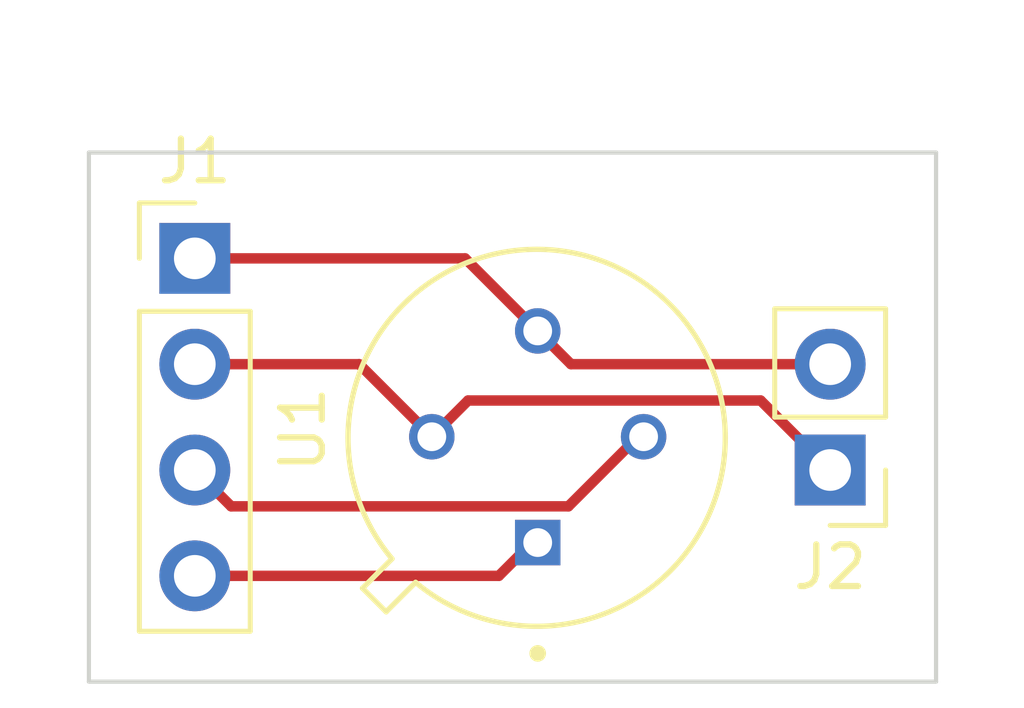
<source format=kicad_pcb>
(kicad_pcb (version 20171130) (host pcbnew "(5.1.10)-1")

  (general
    (thickness 1.6)
    (drawings 4)
    (tracks 16)
    (zones 0)
    (modules 3)
    (nets 5)
  )

  (page A4)
  (layers
    (0 F.Cu signal)
    (31 B.Cu signal)
    (32 B.Adhes user)
    (33 F.Adhes user)
    (34 B.Paste user)
    (35 F.Paste user)
    (36 B.SilkS user)
    (37 F.SilkS user)
    (38 B.Mask user)
    (39 F.Mask user)
    (40 Dwgs.User user)
    (41 Cmts.User user)
    (42 Eco1.User user)
    (43 Eco2.User user)
    (44 Edge.Cuts user)
    (45 Margin user)
    (46 B.CrtYd user)
    (47 F.CrtYd user)
    (48 B.Fab user)
    (49 F.Fab user)
  )

  (setup
    (last_trace_width 0.25)
    (trace_clearance 0.2)
    (zone_clearance 0.508)
    (zone_45_only no)
    (trace_min 0.2)
    (via_size 0.8)
    (via_drill 0.4)
    (via_min_size 0.4)
    (via_min_drill 0.3)
    (uvia_size 0.3)
    (uvia_drill 0.1)
    (uvias_allowed no)
    (uvia_min_size 0.2)
    (uvia_min_drill 0.1)
    (edge_width 0.05)
    (segment_width 0.2)
    (pcb_text_width 0.3)
    (pcb_text_size 1.5 1.5)
    (mod_edge_width 0.12)
    (mod_text_size 1 1)
    (mod_text_width 0.15)
    (pad_size 1.7 1.7)
    (pad_drill 1)
    (pad_to_mask_clearance 0)
    (aux_axis_origin 0 0)
    (visible_elements 7FFFFFFF)
    (pcbplotparams
      (layerselection 0x010fc_ffffffff)
      (usegerberextensions false)
      (usegerberattributes true)
      (usegerberadvancedattributes true)
      (creategerberjobfile true)
      (excludeedgelayer true)
      (linewidth 0.100000)
      (plotframeref false)
      (viasonmask false)
      (mode 1)
      (useauxorigin false)
      (hpglpennumber 1)
      (hpglpenspeed 20)
      (hpglpendiameter 15.000000)
      (psnegative false)
      (psa4output false)
      (plotreference true)
      (plotvalue true)
      (plotinvisibletext false)
      (padsonsilk false)
      (subtractmaskfromsilk false)
      (outputformat 1)
      (mirror false)
      (drillshape 1)
      (scaleselection 1)
      (outputdirectory ""))
  )

  (net 0 "")
  (net 1 "Net-(J1-Pad4)")
  (net 2 "Net-(J1-Pad3)")
  (net 3 "Net-(J1-Pad2)")
  (net 4 "Net-(J1-Pad1)")

  (net_class Default "This is the default net class."
    (clearance 0.2)
    (trace_width 0.25)
    (via_dia 0.8)
    (via_drill 0.4)
    (uvia_dia 0.3)
    (uvia_drill 0.1)
    (add_net "Net-(J1-Pad1)")
    (add_net "Net-(J1-Pad2)")
    (add_net "Net-(J1-Pad3)")
    (add_net "Net-(J1-Pad4)")
  )

  (module MLX90614ESF-BAA-000-TU:TO254P942H425-4 (layer F.Cu) (tedit 61805F76) (tstamp 618136E9)
    (at 142.845 88.101548 90)
    (path /61806FA1)
    (fp_text reference U1 (at 0.175 -5.635 90) (layer F.SilkS)
      (effects (font (size 1 1) (thickness 0.15)))
    )
    (fp_text value MLX90614 (at 6.525 5.635 90) (layer F.Fab)
      (effects (font (size 1 1) (thickness 0.15)))
    )
    (fp_line (start -3.495 -2.929) (end -4.202 -3.636) (layer F.SilkS) (width 0.127))
    (fp_line (start -4.202 -3.636) (end -3.636 -4.202) (layer F.SilkS) (width 0.127))
    (fp_line (start -3.636 -4.202) (end -2.929 -3.495) (layer F.SilkS) (width 0.127))
    (fp_line (start -2.91 -3.83) (end -3.617 -4.537) (layer F.CrtYd) (width 0.05))
    (fp_line (start -3.617 -4.537) (end -4.537 -3.617) (layer F.CrtYd) (width 0.05))
    (fp_line (start -4.537 -3.617) (end -3.83 -2.91) (layer F.CrtYd) (width 0.05))
    (fp_circle (center -5.2 0) (end -5.1 0) (layer F.SilkS) (width 0.2))
    (fp_line (start -3.495 -2.929) (end -4.202 -3.636) (layer F.Fab) (width 0.127))
    (fp_line (start -4.202 -3.636) (end -3.636 -4.202) (layer F.Fab) (width 0.127))
    (fp_line (start -3.636 -4.202) (end -2.929 -3.495) (layer F.Fab) (width 0.127))
    (fp_circle (center -5.2 0) (end -5.1 0) (layer F.Fab) (width 0.2))
    (fp_arc (start -0.025344 -0.025344) (end -3.495 -2.929) (angle -349.85) (layer F.Fab) (width 0.127))
    (fp_arc (start 0.003626 0.003626) (end -3.83 -2.91) (angle -344.471) (layer F.CrtYd) (width 0.05))
    (fp_arc (start -0.025344 -0.025344) (end -3.495 -2.929) (angle -349.85) (layer F.SilkS) (width 0.127))
    (pad 4 thru_hole circle (at 0 -2.54 90) (size 1.09 1.09) (drill 0.69) (layers *.Cu *.Mask)
      (net 3 "Net-(J1-Pad2)"))
    (pad 3 thru_hole circle (at 2.54 0 90) (size 1.09 1.09) (drill 0.69) (layers *.Cu *.Mask)
      (net 4 "Net-(J1-Pad1)"))
    (pad 2 thru_hole circle (at 0 2.54 90) (size 1.09 1.09) (drill 0.69) (layers *.Cu *.Mask)
      (net 2 "Net-(J1-Pad3)"))
    (pad 1 thru_hole rect (at -2.54 0 90) (size 1.09 1.09) (drill 0.69) (layers *.Cu *.Mask)
      (net 1 "Net-(J1-Pad4)"))
  )

  (module Connector_PinHeader_2.54mm:PinHeader_1x02_P2.54mm_Vertical (layer F.Cu) (tedit 61953045) (tstamp 618136D3)
    (at 149.86 88.9 180)
    (descr "Through hole straight pin header, 1x02, 2.54mm pitch, single row")
    (tags "Through hole pin header THT 1x02 2.54mm single row")
    (path /61801C7D)
    (fp_text reference J2 (at 0 -2.33) (layer F.SilkS)
      (effects (font (size 1 1) (thickness 0.15)))
    )
    (fp_text value Conn_01x02 (at 0 4.87) (layer F.Fab)
      (effects (font (size 1 1) (thickness 0.15)))
    )
    (fp_line (start -0.635 -1.27) (end 1.27 -1.27) (layer F.Fab) (width 0.1))
    (fp_line (start 1.27 -1.27) (end 1.27 3.81) (layer F.Fab) (width 0.1))
    (fp_line (start 1.27 3.81) (end -1.27 3.81) (layer F.Fab) (width 0.1))
    (fp_line (start -1.27 3.81) (end -1.27 -0.635) (layer F.Fab) (width 0.1))
    (fp_line (start -1.27 -0.635) (end -0.635 -1.27) (layer F.Fab) (width 0.1))
    (fp_line (start -1.33 3.87) (end 1.33 3.87) (layer F.SilkS) (width 0.12))
    (fp_line (start -1.33 1.27) (end -1.33 3.87) (layer F.SilkS) (width 0.12))
    (fp_line (start 1.33 1.27) (end 1.33 3.87) (layer F.SilkS) (width 0.12))
    (fp_line (start -1.33 1.27) (end 1.33 1.27) (layer F.SilkS) (width 0.12))
    (fp_line (start -1.33 0) (end -1.33 -1.33) (layer F.SilkS) (width 0.12))
    (fp_line (start -1.33 -1.33) (end 0 -1.33) (layer F.SilkS) (width 0.12))
    (fp_line (start -1.8 -1.8) (end -1.8 4.35) (layer F.CrtYd) (width 0.05))
    (fp_line (start -1.8 4.35) (end 1.8 4.35) (layer F.CrtYd) (width 0.05))
    (fp_line (start 1.8 4.35) (end 1.8 -1.8) (layer F.CrtYd) (width 0.05))
    (fp_line (start 1.8 -1.8) (end -1.8 -1.8) (layer F.CrtYd) (width 0.05))
    (fp_text user %R (at 0 1.27 90) (layer F.Fab)
      (effects (font (size 1 1) (thickness 0.15)))
    )
    (pad 2 thru_hole oval (at 0 2.54 180) (size 1.7 1.7) (drill 1) (layers *.Cu *.Mask)
      (net 4 "Net-(J1-Pad1)"))
    (pad 1 thru_hole rect (at 0 0 180) (size 1.7 1.7) (drill 1) (layers *.Cu *.Mask)
      (net 3 "Net-(J1-Pad2)"))
    (model ${KISYS3DMOD}/Connector_PinHeader_2.54mm.3dshapes/PinHeader_1x02_P2.54mm_Vertical.wrl
      (at (xyz 0 0 0))
      (scale (xyz 1 1 1))
      (rotate (xyz 0 0 0))
    )
  )

  (module Connector_PinHeader_2.54mm:PinHeader_1x04_P2.54mm_Vertical (layer F.Cu) (tedit 59FED5CC) (tstamp 618136BD)
    (at 134.62 83.82)
    (descr "Through hole straight pin header, 1x04, 2.54mm pitch, single row")
    (tags "Through hole pin header THT 1x04 2.54mm single row")
    (path /6180265B)
    (fp_text reference J1 (at 0 -2.33) (layer F.SilkS)
      (effects (font (size 1 1) (thickness 0.15)))
    )
    (fp_text value Conn_01x04 (at 0 9.95) (layer F.Fab)
      (effects (font (size 1 1) (thickness 0.15)))
    )
    (fp_line (start -0.635 -1.27) (end 1.27 -1.27) (layer F.Fab) (width 0.1))
    (fp_line (start 1.27 -1.27) (end 1.27 8.89) (layer F.Fab) (width 0.1))
    (fp_line (start 1.27 8.89) (end -1.27 8.89) (layer F.Fab) (width 0.1))
    (fp_line (start -1.27 8.89) (end -1.27 -0.635) (layer F.Fab) (width 0.1))
    (fp_line (start -1.27 -0.635) (end -0.635 -1.27) (layer F.Fab) (width 0.1))
    (fp_line (start -1.33 8.95) (end 1.33 8.95) (layer F.SilkS) (width 0.12))
    (fp_line (start -1.33 1.27) (end -1.33 8.95) (layer F.SilkS) (width 0.12))
    (fp_line (start 1.33 1.27) (end 1.33 8.95) (layer F.SilkS) (width 0.12))
    (fp_line (start -1.33 1.27) (end 1.33 1.27) (layer F.SilkS) (width 0.12))
    (fp_line (start -1.33 0) (end -1.33 -1.33) (layer F.SilkS) (width 0.12))
    (fp_line (start -1.33 -1.33) (end 0 -1.33) (layer F.SilkS) (width 0.12))
    (fp_line (start -1.8 -1.8) (end -1.8 9.4) (layer F.CrtYd) (width 0.05))
    (fp_line (start -1.8 9.4) (end 1.8 9.4) (layer F.CrtYd) (width 0.05))
    (fp_line (start 1.8 9.4) (end 1.8 -1.8) (layer F.CrtYd) (width 0.05))
    (fp_line (start 1.8 -1.8) (end -1.8 -1.8) (layer F.CrtYd) (width 0.05))
    (fp_text user %R (at 0 3.81 90) (layer F.Fab)
      (effects (font (size 1 1) (thickness 0.15)))
    )
    (pad 4 thru_hole oval (at 0 7.62) (size 1.7 1.7) (drill 1) (layers *.Cu *.Mask)
      (net 1 "Net-(J1-Pad4)"))
    (pad 3 thru_hole oval (at 0 5.08) (size 1.7 1.7) (drill 1) (layers *.Cu *.Mask)
      (net 2 "Net-(J1-Pad3)"))
    (pad 2 thru_hole oval (at 0 2.54) (size 1.7 1.7) (drill 1) (layers *.Cu *.Mask)
      (net 3 "Net-(J1-Pad2)"))
    (pad 1 thru_hole rect (at 0 0) (size 1.7 1.7) (drill 1) (layers *.Cu *.Mask)
      (net 4 "Net-(J1-Pad1)"))
    (model ${KISYS3DMOD}/Connector_PinHeader_2.54mm.3dshapes/PinHeader_1x04_P2.54mm_Vertical.wrl
      (at (xyz 0 0 0))
      (scale (xyz 1 1 1))
      (rotate (xyz 0 0 0))
    )
  )

  (gr_line (start 152.4 81.28) (end 152.4 93.98) (layer Edge.Cuts) (width 0.1))
  (gr_line (start 132.08 81.28) (end 152.4 81.28) (layer Edge.Cuts) (width 0.1))
  (gr_line (start 132.08 93.98) (end 132.08 81.28) (layer Edge.Cuts) (width 0.1))
  (gr_line (start 152.4 93.98) (end 132.08 93.98) (layer Edge.Cuts) (width 0.1))

  (segment (start 141.913096 91.44) (end 134.62 91.44) (width 0.25) (layer F.Cu) (net 1))
  (segment (start 142.711548 90.641548) (end 141.913096 91.44) (width 0.25) (layer F.Cu) (net 1))
  (segment (start 142.845 90.641548) (end 142.711548 90.641548) (width 0.25) (layer F.Cu) (net 1))
  (segment (start 135.491547 89.771547) (end 134.62 88.9) (width 0.25) (layer F.Cu) (net 2))
  (segment (start 143.581549 89.771547) (end 135.491547 89.771547) (width 0.25) (layer F.Cu) (net 2))
  (segment (start 145.251548 88.101548) (end 143.581549 89.771547) (width 0.25) (layer F.Cu) (net 2))
  (segment (start 145.385 88.101548) (end 145.251548 88.101548) (width 0.25) (layer F.Cu) (net 2))
  (segment (start 140.305 88.101548) (end 138.563452 86.36) (width 0.25) (layer F.Cu) (net 3))
  (segment (start 138.563452 86.36) (end 134.62 86.36) (width 0.25) (layer F.Cu) (net 3))
  (segment (start 141.175001 87.231547) (end 140.305 88.101548) (width 0.25) (layer F.Cu) (net 3))
  (segment (start 148.191547 87.231547) (end 141.175001 87.231547) (width 0.25) (layer F.Cu) (net 3))
  (segment (start 149.86 88.9) (end 148.191547 87.231547) (width 0.25) (layer F.Cu) (net 3))
  (segment (start 143.643452 86.36) (end 142.845 85.561548) (width 0.25) (layer F.Cu) (net 4))
  (segment (start 149.86 86.36) (end 143.643452 86.36) (width 0.25) (layer F.Cu) (net 4))
  (segment (start 142.845 85.561548) (end 141.103452 83.82) (width 0.25) (layer F.Cu) (net 4))
  (segment (start 141.103452 83.82) (end 134.62 83.82) (width 0.25) (layer F.Cu) (net 4))

)

</source>
